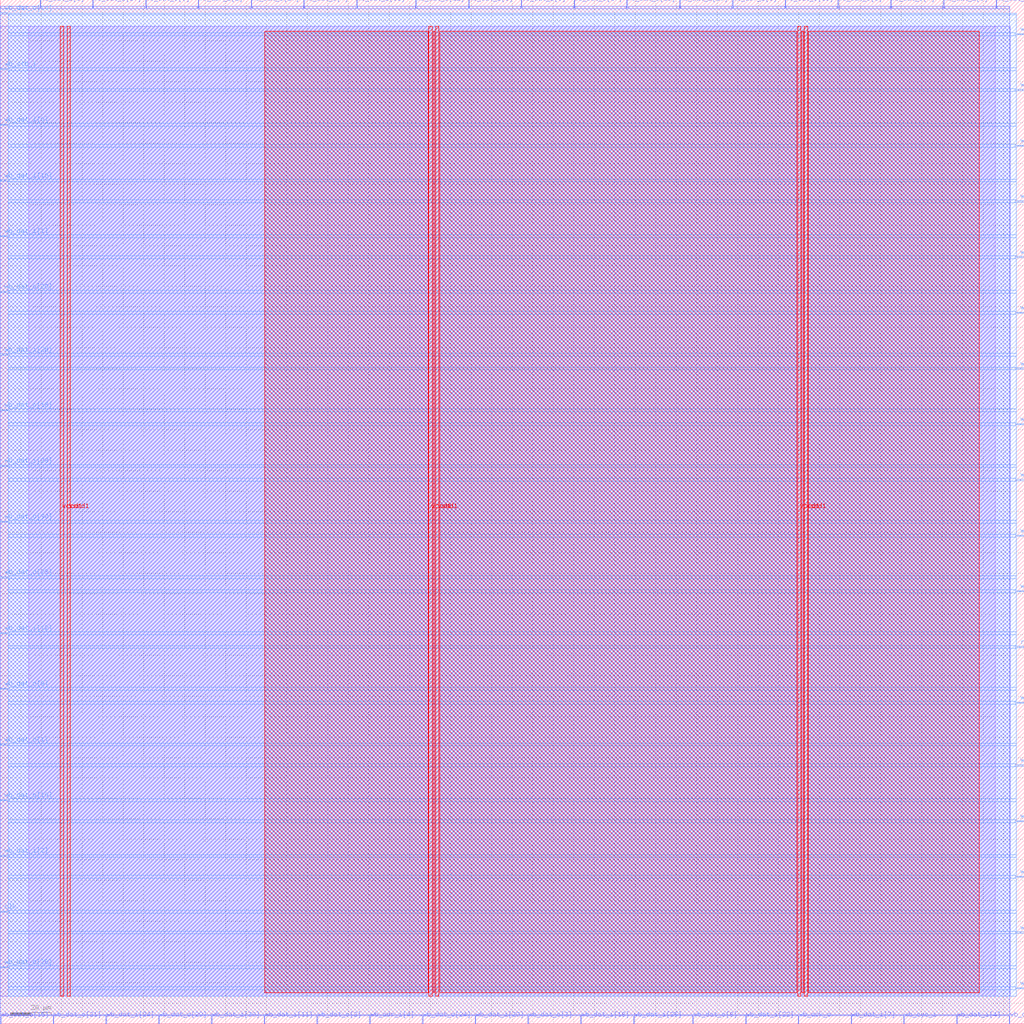
<source format=lef>
VERSION 5.7 ;
  NOWIREEXTENSIONATPIN ON ;
  DIVIDERCHAR "/" ;
  BUSBITCHARS "[]" ;
MACRO mem
  CLASS BLOCK ;
  FOREIGN mem ;
  ORIGIN 0.000 0.000 ;
  SIZE 500.000 BY 500.000 ;
  PIN clk
    DIRECTION INPUT ;
    USE SIGNAL ;
    ANTENNAGATEAREA 0.852000 ;
    PORT
      LAYER met3 ;
        RECT 0.000 54.440 4.000 55.040 ;
    END
  END clk
  PIN rst
    DIRECTION INPUT ;
    USE SIGNAL ;
    ANTENNAGATEAREA 0.159000 ;
    PORT
      LAYER met3 ;
        RECT 496.000 183.640 500.000 184.240 ;
    END
  END rst
  PIN vccd1
    DIRECTION INOUT ;
    USE POWER ;
    PORT
      LAYER met4 ;
        RECT 29.320 13.360 30.920 487.120 ;
    END
    PORT
      LAYER met4 ;
        RECT 209.320 13.360 210.920 487.120 ;
    END
    PORT
      LAYER met4 ;
        RECT 389.320 13.360 390.920 487.120 ;
    END
  END vccd1
  PIN vssd1
    DIRECTION INOUT ;
    USE GROUND ;
    PORT
      LAYER met4 ;
        RECT 32.620 13.360 34.220 487.120 ;
    END
    PORT
      LAYER met4 ;
        RECT 212.620 13.360 214.220 487.120 ;
    END
    PORT
      LAYER met4 ;
        RECT 392.620 13.360 394.220 487.120 ;
    END
  END vssd1
  PIN wb_ack_o
    DIRECTION OUTPUT TRISTATE ;
    USE SIGNAL ;
    ANTENNADIFFAREA 2.673000 ;
    PORT
      LAYER met2 ;
        RECT 389.710 0.000 389.990 4.000 ;
    END
  END wb_ack_o
  PIN wb_adr_i[0]
    DIRECTION INPUT ;
    USE SIGNAL ;
    ANTENNAGATEAREA 0.213000 ;
    PORT
      LAYER met3 ;
        RECT 496.000 319.640 500.000 320.240 ;
    END
  END wb_adr_i[0]
  PIN wb_adr_i[1]
    DIRECTION INPUT ;
    USE SIGNAL ;
    ANTENNAGATEAREA 0.247500 ;
    PORT
      LAYER met3 ;
        RECT 496.000 71.440 500.000 72.040 ;
    END
  END wb_adr_i[1]
  PIN wb_adr_i[2]
    DIRECTION INPUT ;
    USE SIGNAL ;
    ANTENNAGATEAREA 0.247500 ;
    PORT
      LAYER met2 ;
        RECT 96.690 496.000 96.970 500.000 ;
    END
  END wb_adr_i[2]
  PIN wb_adr_i[3]
    DIRECTION INPUT ;
    USE SIGNAL ;
    ANTENNAGATEAREA 0.213000 ;
    PORT
      LAYER met2 ;
        RECT 357.510 496.000 357.790 500.000 ;
    END
  END wb_adr_i[3]
  PIN wb_adr_i[4]
    DIRECTION INPUT ;
    USE SIGNAL ;
    ANTENNAGATEAREA 0.426000 ;
    PORT
      LAYER met2 ;
        RECT 180.410 0.000 180.690 4.000 ;
    END
  END wb_adr_i[4]
  PIN wb_cyc_i
    DIRECTION INPUT ;
    USE SIGNAL ;
    ANTENNAGATEAREA 0.213000 ;
    PORT
      LAYER met2 ;
        RECT 441.230 0.000 441.510 4.000 ;
    END
  END wb_cyc_i
  PIN wb_dat_i[0]
    DIRECTION INPUT ;
    USE SIGNAL ;
    ANTENNAGATEAREA 0.213000 ;
    PORT
      LAYER met3 ;
        RECT 0.000 438.640 4.000 439.240 ;
    END
  END wb_dat_i[0]
  PIN wb_dat_i[10]
    DIRECTION INPUT ;
    USE SIGNAL ;
    ANTENNAGATEAREA 0.247500 ;
    PORT
      LAYER met2 ;
        RECT 486.310 496.000 486.590 500.000 ;
    END
  END wb_dat_i[10]
  PIN wb_dat_i[11]
    DIRECTION INPUT ;
    USE SIGNAL ;
    ANTENNAGATEAREA 0.213000 ;
    PORT
      LAYER met2 ;
        RECT 128.890 0.000 129.170 4.000 ;
    END
  END wb_dat_i[11]
  PIN wb_dat_i[12]
    DIRECTION INPUT ;
    USE SIGNAL ;
    ANTENNAGATEAREA 0.213000 ;
    PORT
      LAYER met3 ;
        RECT 0.000 190.440 4.000 191.040 ;
    END
  END wb_dat_i[12]
  PIN wb_dat_i[13]
    DIRECTION INPUT ;
    USE SIGNAL ;
    ANTENNAGATEAREA 0.159000 ;
    PORT
      LAYER met3 ;
        RECT 496.000 98.640 500.000 99.240 ;
    END
  END wb_dat_i[13]
  PIN wb_dat_i[14]
    DIRECTION INPUT ;
    USE SIGNAL ;
    ANTENNAGATEAREA 0.159000 ;
    PORT
      LAYER met3 ;
        RECT 496.000 292.440 500.000 293.040 ;
    END
  END wb_dat_i[14]
  PIN wb_dat_i[15]
    DIRECTION INPUT ;
    USE SIGNAL ;
    ANTENNAGATEAREA 0.213000 ;
    PORT
      LAYER met3 ;
        RECT 496.000 374.040 500.000 374.640 ;
    END
  END wb_dat_i[15]
  PIN wb_dat_i[16]
    DIRECTION INPUT ;
    USE SIGNAL ;
    ANTENNAGATEAREA 0.213000 ;
    PORT
      LAYER met3 ;
        RECT 0.000 411.440 4.000 412.040 ;
    END
  END wb_dat_i[16]
  PIN wb_dat_i[17]
    DIRECTION INPUT ;
    USE SIGNAL ;
    ANTENNAGATEAREA 0.159000 ;
    PORT
      LAYER met3 ;
        RECT 496.000 401.240 500.000 401.840 ;
    END
  END wb_dat_i[17]
  PIN wb_dat_i[18]
    DIRECTION INPUT ;
    USE SIGNAL ;
    ANTENNAGATEAREA 0.159000 ;
    PORT
      LAYER met2 ;
        RECT 283.450 0.000 283.730 4.000 ;
    END
  END wb_dat_i[18]
  PIN wb_dat_i[19]
    DIRECTION INPUT ;
    USE SIGNAL ;
    ANTENNAGATEAREA 0.213000 ;
    PORT
      LAYER met3 ;
        RECT 496.000 125.840 500.000 126.440 ;
    END
  END wb_dat_i[19]
  PIN wb_dat_i[1]
    DIRECTION INPUT ;
    USE SIGNAL ;
    ANTENNAGATEAREA 0.159000 ;
    PORT
      LAYER met3 ;
        RECT 0.000 384.240 4.000 384.840 ;
    END
  END wb_dat_i[1]
  PIN wb_dat_i[20]
    DIRECTION INPUT ;
    USE SIGNAL ;
    ANTENNAGATEAREA 0.159000 ;
    PORT
      LAYER met2 ;
        RECT 331.750 496.000 332.030 500.000 ;
    END
  END wb_dat_i[20]
  PIN wb_dat_i[21]
    DIRECTION INPUT ;
    USE SIGNAL ;
    ANTENNAGATEAREA 0.213000 ;
    PORT
      LAYER met3 ;
        RECT 496.000 346.840 500.000 347.440 ;
    END
  END wb_dat_i[21]
  PIN wb_dat_i[22]
    DIRECTION INPUT ;
    USE SIGNAL ;
    ANTENNAGATEAREA 0.213000 ;
    PORT
      LAYER met2 ;
        RECT 363.950 0.000 364.230 4.000 ;
    END
  END wb_dat_i[22]
  PIN wb_dat_i[23]
    DIRECTION INPUT ;
    USE SIGNAL ;
    ANTENNAGATEAREA 0.159000 ;
    PORT
      LAYER met2 ;
        RECT 492.750 0.000 493.030 4.000 ;
    END
  END wb_dat_i[23]
  PIN wb_dat_i[24]
    DIRECTION INPUT ;
    USE SIGNAL ;
    ANTENNAGATEAREA 0.213000 ;
    PORT
      LAYER met2 ;
        RECT 51.610 0.000 51.890 4.000 ;
    END
  END wb_dat_i[24]
  PIN wb_dat_i[25]
    DIRECTION INPUT ;
    USE SIGNAL ;
    ANTENNAGATEAREA 0.213000 ;
    PORT
      LAYER met2 ;
        RECT 309.210 0.000 309.490 4.000 ;
    END
  END wb_dat_i[25]
  PIN wb_dat_i[26]
    DIRECTION INPUT ;
    USE SIGNAL ;
    ANTENNAGATEAREA 0.213000 ;
    PORT
      LAYER met3 ;
        RECT 0.000 326.440 4.000 327.040 ;
    END
  END wb_dat_i[26]
  PIN wb_dat_i[27]
    DIRECTION INPUT ;
    USE SIGNAL ;
    ANTENNAGATEAREA 0.247500 ;
    PORT
      LAYER met2 ;
        RECT 45.170 496.000 45.450 500.000 ;
    END
  END wb_dat_i[27]
  PIN wb_dat_i[28]
    DIRECTION INPUT ;
    USE SIGNAL ;
    ANTENNAGATEAREA 0.159000 ;
    PORT
      LAYER met3 ;
        RECT 0.000 272.040 4.000 272.640 ;
    END
  END wb_dat_i[28]
  PIN wb_dat_i[29]
    DIRECTION INPUT ;
    USE SIGNAL ;
    ANTENNAGATEAREA 0.213000 ;
    PORT
      LAYER met2 ;
        RECT 231.930 0.000 232.210 4.000 ;
    END
  END wb_dat_i[29]
  PIN wb_dat_i[2]
    DIRECTION INPUT ;
    USE SIGNAL ;
    ANTENNAGATEAREA 0.159000 ;
    PORT
      LAYER met3 ;
        RECT 0.000 81.640 4.000 82.240 ;
    END
  END wb_dat_i[2]
  PIN wb_dat_i[30]
    DIRECTION INPUT ;
    USE SIGNAL ;
    ANTENNAGATEAREA 0.159000 ;
    PORT
      LAYER met2 ;
        RECT 103.130 0.000 103.410 4.000 ;
    END
  END wb_dat_i[30]
  PIN wb_dat_i[31]
    DIRECTION INPUT ;
    USE SIGNAL ;
    ANTENNAGATEAREA 0.213000 ;
    PORT
      LAYER met2 ;
        RECT 173.970 496.000 174.250 500.000 ;
    END
  END wb_dat_i[31]
  PIN wb_dat_i[3]
    DIRECTION INPUT ;
    USE SIGNAL ;
    ANTENNAGATEAREA 0.159000 ;
    PORT
      LAYER met2 ;
        RECT 19.410 496.000 19.690 500.000 ;
    END
  END wb_dat_i[3]
  PIN wb_dat_i[4]
    DIRECTION INPUT ;
    USE SIGNAL ;
    ANTENNAGATEAREA 0.213000 ;
    PORT
      LAYER met2 ;
        RECT 466.990 0.000 467.270 4.000 ;
    END
  END wb_dat_i[4]
  PIN wb_dat_i[5]
    DIRECTION INPUT ;
    USE SIGNAL ;
    ANTENNAGATEAREA 0.213000 ;
    PORT
      LAYER met2 ;
        RECT 228.710 496.000 228.990 500.000 ;
    END
  END wb_dat_i[5]
  PIN wb_dat_i[6]
    DIRECTION INPUT ;
    USE SIGNAL ;
    ANTENNAGATEAREA 0.213000 ;
    PORT
      LAYER met2 ;
        RECT 460.550 496.000 460.830 500.000 ;
    END
  END wb_dat_i[6]
  PIN wb_dat_i[7]
    DIRECTION INPUT ;
    USE SIGNAL ;
    ANTENNAGATEAREA 0.213000 ;
    PORT
      LAYER met2 ;
        RECT 415.470 0.000 415.750 4.000 ;
    END
  END wb_dat_i[7]
  PIN wb_dat_i[8]
    DIRECTION INPUT ;
    USE SIGNAL ;
    ANTENNAGATEAREA 0.159000 ;
    PORT
      LAYER met2 ;
        RECT 254.470 496.000 254.750 500.000 ;
    END
  END wb_dat_i[8]
  PIN wb_dat_i[9]
    DIRECTION INPUT ;
    USE SIGNAL ;
    ANTENNAGATEAREA 0.159000 ;
    PORT
      LAYER met3 ;
        RECT 496.000 44.240 500.000 44.840 ;
    END
  END wb_dat_i[9]
  PIN wb_dat_o[0]
    DIRECTION OUTPUT TRISTATE ;
    USE SIGNAL ;
    ANTENNADIFFAREA 2.673000 ;
    PORT
      LAYER met3 ;
        RECT 496.000 156.440 500.000 157.040 ;
    END
  END wb_dat_o[0]
  PIN wb_dat_o[10]
    DIRECTION OUTPUT TRISTATE ;
    USE SIGNAL ;
    ANTENNADIFFAREA 2.673000 ;
    PORT
      LAYER met3 ;
        RECT 0.000 108.840 4.000 109.440 ;
    END
  END wb_dat_o[10]
  PIN wb_dat_o[11]
    DIRECTION OUTPUT TRISTATE ;
    USE SIGNAL ;
    ANTENNADIFFAREA 2.673000 ;
    PORT
      LAYER met3 ;
        RECT 496.000 210.840 500.000 211.440 ;
    END
  END wb_dat_o[11]
  PIN wb_dat_o[12]
    DIRECTION OUTPUT TRISTATE ;
    USE SIGNAL ;
    ANTENNADIFFAREA 2.673000 ;
    PORT
      LAYER met2 ;
        RECT 202.950 496.000 203.230 500.000 ;
    END
  END wb_dat_o[12]
  PIN wb_dat_o[13]
    DIRECTION OUTPUT TRISTATE ;
    USE SIGNAL ;
    ANTENNADIFFAREA 2.673000 ;
    PORT
      LAYER met2 ;
        RECT 305.990 496.000 306.270 500.000 ;
    END
  END wb_dat_o[13]
  PIN wb_dat_o[14]
    DIRECTION OUTPUT TRISTATE ;
    USE SIGNAL ;
    ANTENNADIFFAREA 2.673000 ;
    PORT
      LAYER met3 ;
        RECT 0.000 493.040 4.000 493.640 ;
    END
  END wb_dat_o[14]
  PIN wb_dat_o[15]
    DIRECTION OUTPUT TRISTATE ;
    USE SIGNAL ;
    ANTENNADIFFAREA 2.673000 ;
    PORT
      LAYER met2 ;
        RECT 0.090 0.000 0.370 4.000 ;
    END
  END wb_dat_o[15]
  PIN wb_dat_o[16]
    DIRECTION OUTPUT TRISTATE ;
    USE SIGNAL ;
    ANTENNADIFFAREA 2.673000 ;
    PORT
      LAYER met3 ;
        RECT 0.000 299.240 4.000 299.840 ;
    END
  END wb_dat_o[16]
  PIN wb_dat_o[17]
    DIRECTION OUTPUT TRISTATE ;
    USE SIGNAL ;
    ANTENNADIFFAREA 2.673000 ;
    PORT
      LAYER met2 ;
        RECT 280.230 496.000 280.510 500.000 ;
    END
  END wb_dat_o[17]
  PIN wb_dat_o[18]
    DIRECTION OUTPUT TRISTATE ;
    USE SIGNAL ;
    ANTENNADIFFAREA 2.673000 ;
    PORT
      LAYER met2 ;
        RECT 383.270 496.000 383.550 500.000 ;
    END
  END wb_dat_o[18]
  PIN wb_dat_o[19]
    DIRECTION OUTPUT TRISTATE ;
    USE SIGNAL ;
    ANTENNADIFFAREA 2.673000 ;
    PORT
      LAYER met3 ;
        RECT 496.000 482.840 500.000 483.440 ;
    END
  END wb_dat_o[19]
  PIN wb_dat_o[1]
    DIRECTION OUTPUT TRISTATE ;
    USE SIGNAL ;
    ANTENNADIFFAREA 2.673000 ;
    PORT
      LAYER met3 ;
        RECT 0.000 136.040 4.000 136.640 ;
    END
  END wb_dat_o[1]
  PIN wb_dat_o[20]
    DIRECTION OUTPUT TRISTATE ;
    USE SIGNAL ;
    ANTENNADIFFAREA 2.673000 ;
    PORT
      LAYER met3 ;
        RECT 0.000 357.040 4.000 357.640 ;
    END
  END wb_dat_o[20]
  PIN wb_dat_o[21]
    DIRECTION OUTPUT TRISTATE ;
    USE SIGNAL ;
    ANTENNADIFFAREA 2.673000 ;
    PORT
      LAYER met2 ;
        RECT 25.850 0.000 26.130 4.000 ;
    END
  END wb_dat_o[21]
  PIN wb_dat_o[22]
    DIRECTION OUTPUT TRISTATE ;
    USE SIGNAL ;
    ANTENNADIFFAREA 2.673000 ;
    PORT
      LAYER met3 ;
        RECT 496.000 455.640 500.000 456.240 ;
    END
  END wb_dat_o[22]
  PIN wb_dat_o[23]
    DIRECTION OUTPUT TRISTATE ;
    USE SIGNAL ;
    ANTENNADIFFAREA 2.673000 ;
    PORT
      LAYER met3 ;
        RECT 0.000 217.640 4.000 218.240 ;
    END
  END wb_dat_o[23]
  PIN wb_dat_o[24]
    DIRECTION OUTPUT TRISTATE ;
    USE SIGNAL ;
    ANTENNADIFFAREA 2.673000 ;
    PORT
      LAYER met2 ;
        RECT 206.170 0.000 206.450 4.000 ;
    END
  END wb_dat_o[24]
  PIN wb_dat_o[25]
    DIRECTION OUTPUT TRISTATE ;
    USE SIGNAL ;
    ANTENNADIFFAREA 2.673000 ;
    PORT
      LAYER met3 ;
        RECT 496.000 428.440 500.000 429.040 ;
    END
  END wb_dat_o[25]
  PIN wb_dat_o[26]
    DIRECTION OUTPUT TRISTATE ;
    USE SIGNAL ;
    ANTENNADIFFAREA 2.673000 ;
    PORT
      LAYER met3 ;
        RECT 496.000 17.040 500.000 17.640 ;
    END
  END wb_dat_o[26]
  PIN wb_dat_o[27]
    DIRECTION OUTPUT TRISTATE ;
    USE SIGNAL ;
    ANTENNADIFFAREA 2.673000 ;
    PORT
      LAYER met2 ;
        RECT 122.450 496.000 122.730 500.000 ;
    END
  END wb_dat_o[27]
  PIN wb_dat_o[28]
    DIRECTION OUTPUT TRISTATE ;
    USE SIGNAL ;
    ANTENNADIFFAREA 2.673000 ;
    PORT
      LAYER met3 ;
        RECT 0.000 27.240 4.000 27.840 ;
    END
  END wb_dat_o[28]
  PIN wb_dat_o[29]
    DIRECTION OUTPUT TRISTATE ;
    USE SIGNAL ;
    ANTENNADIFFAREA 2.673000 ;
    PORT
      LAYER met2 ;
        RECT 77.370 0.000 77.650 4.000 ;
    END
  END wb_dat_o[29]
  PIN wb_dat_o[2]
    DIRECTION OUTPUT TRISTATE ;
    USE SIGNAL ;
    ANTENNADIFFAREA 2.673000 ;
    PORT
      LAYER met2 ;
        RECT 154.650 0.000 154.930 4.000 ;
    END
  END wb_dat_o[2]
  PIN wb_dat_o[30]
    DIRECTION OUTPUT TRISTATE ;
    USE SIGNAL ;
    ANTENNADIFFAREA 2.673000 ;
    PORT
      LAYER met3 ;
        RECT 0.000 244.840 4.000 245.440 ;
    END
  END wb_dat_o[30]
  PIN wb_dat_o[31]
    DIRECTION OUTPUT TRISTATE ;
    USE SIGNAL ;
    ANTENNADIFFAREA 2.673000 ;
    PORT
      LAYER met3 ;
        RECT 496.000 265.240 500.000 265.840 ;
    END
  END wb_dat_o[31]
  PIN wb_dat_o[3]
    DIRECTION OUTPUT TRISTATE ;
    USE SIGNAL ;
    ANTENNADIFFAREA 2.673000 ;
    PORT
      LAYER met2 ;
        RECT 257.690 0.000 257.970 4.000 ;
    END
  END wb_dat_o[3]
  PIN wb_dat_o[4]
    DIRECTION OUTPUT TRISTATE ;
    USE SIGNAL ;
    ANTENNADIFFAREA 2.673000 ;
    PORT
      LAYER met2 ;
        RECT 434.790 496.000 435.070 500.000 ;
    END
  END wb_dat_o[4]
  PIN wb_dat_o[5]
    DIRECTION OUTPUT TRISTATE ;
    USE SIGNAL ;
    ANTENNADIFFAREA 2.673000 ;
    PORT
      LAYER met2 ;
        RECT 409.030 496.000 409.310 500.000 ;
    END
  END wb_dat_o[5]
  PIN wb_dat_o[6]
    DIRECTION OUTPUT TRISTATE ;
    USE SIGNAL ;
    ANTENNADIFFAREA 2.673000 ;
    PORT
      LAYER met2 ;
        RECT 70.930 496.000 71.210 500.000 ;
    END
  END wb_dat_o[6]
  PIN wb_dat_o[7]
    DIRECTION OUTPUT TRISTATE ;
    USE SIGNAL ;
    ANTENNADIFFAREA 2.673000 ;
    PORT
      LAYER met2 ;
        RECT 148.210 496.000 148.490 500.000 ;
    END
  END wb_dat_o[7]
  PIN wb_dat_o[8]
    DIRECTION OUTPUT TRISTATE ;
    USE SIGNAL ;
    ANTENNADIFFAREA 2.673000 ;
    PORT
      LAYER met2 ;
        RECT 338.190 0.000 338.470 4.000 ;
    END
  END wb_dat_o[8]
  PIN wb_dat_o[9]
    DIRECTION OUTPUT TRISTATE ;
    USE SIGNAL ;
    ANTENNADIFFAREA 2.673000 ;
    PORT
      LAYER met3 ;
        RECT 0.000 163.240 4.000 163.840 ;
    END
  END wb_dat_o[9]
  PIN wb_stb_i
    DIRECTION INPUT ;
    USE SIGNAL ;
    ANTENNAGATEAREA 0.426000 ;
    PORT
      LAYER met3 ;
        RECT 0.000 465.840 4.000 466.440 ;
    END
  END wb_stb_i
  PIN wb_we_i
    DIRECTION INPUT ;
    USE SIGNAL ;
    ANTENNAGATEAREA 0.126000 ;
    PORT
      LAYER met3 ;
        RECT 496.000 238.040 500.000 238.640 ;
    END
  END wb_we_i
  OBS
      LAYER li1 ;
        RECT 13.800 13.515 485.760 486.965 ;
      LAYER met1 ;
        RECT 0.070 13.360 493.050 487.120 ;
      LAYER met2 ;
        RECT 0.100 495.720 19.130 496.810 ;
        RECT 19.970 495.720 44.890 496.810 ;
        RECT 45.730 495.720 70.650 496.810 ;
        RECT 71.490 495.720 96.410 496.810 ;
        RECT 97.250 495.720 122.170 496.810 ;
        RECT 123.010 495.720 147.930 496.810 ;
        RECT 148.770 495.720 173.690 496.810 ;
        RECT 174.530 495.720 202.670 496.810 ;
        RECT 203.510 495.720 228.430 496.810 ;
        RECT 229.270 495.720 254.190 496.810 ;
        RECT 255.030 495.720 279.950 496.810 ;
        RECT 280.790 495.720 305.710 496.810 ;
        RECT 306.550 495.720 331.470 496.810 ;
        RECT 332.310 495.720 357.230 496.810 ;
        RECT 358.070 495.720 382.990 496.810 ;
        RECT 383.830 495.720 408.750 496.810 ;
        RECT 409.590 495.720 434.510 496.810 ;
        RECT 435.350 495.720 460.270 496.810 ;
        RECT 461.110 495.720 486.030 496.810 ;
        RECT 486.870 495.720 493.020 496.810 ;
        RECT 0.100 4.280 493.020 495.720 ;
        RECT 0.650 4.000 25.570 4.280 ;
        RECT 26.410 4.000 51.330 4.280 ;
        RECT 52.170 4.000 77.090 4.280 ;
        RECT 77.930 4.000 102.850 4.280 ;
        RECT 103.690 4.000 128.610 4.280 ;
        RECT 129.450 4.000 154.370 4.280 ;
        RECT 155.210 4.000 180.130 4.280 ;
        RECT 180.970 4.000 205.890 4.280 ;
        RECT 206.730 4.000 231.650 4.280 ;
        RECT 232.490 4.000 257.410 4.280 ;
        RECT 258.250 4.000 283.170 4.280 ;
        RECT 284.010 4.000 308.930 4.280 ;
        RECT 309.770 4.000 337.910 4.280 ;
        RECT 338.750 4.000 363.670 4.280 ;
        RECT 364.510 4.000 389.430 4.280 ;
        RECT 390.270 4.000 415.190 4.280 ;
        RECT 416.030 4.000 440.950 4.280 ;
        RECT 441.790 4.000 466.710 4.280 ;
        RECT 467.550 4.000 492.470 4.280 ;
      LAYER met3 ;
        RECT 4.400 492.640 496.000 493.505 ;
        RECT 4.000 483.840 496.000 492.640 ;
        RECT 4.000 482.440 495.600 483.840 ;
        RECT 4.000 466.840 496.000 482.440 ;
        RECT 4.400 465.440 496.000 466.840 ;
        RECT 4.000 456.640 496.000 465.440 ;
        RECT 4.000 455.240 495.600 456.640 ;
        RECT 4.000 439.640 496.000 455.240 ;
        RECT 4.400 438.240 496.000 439.640 ;
        RECT 4.000 429.440 496.000 438.240 ;
        RECT 4.000 428.040 495.600 429.440 ;
        RECT 4.000 412.440 496.000 428.040 ;
        RECT 4.400 411.040 496.000 412.440 ;
        RECT 4.000 402.240 496.000 411.040 ;
        RECT 4.000 400.840 495.600 402.240 ;
        RECT 4.000 385.240 496.000 400.840 ;
        RECT 4.400 383.840 496.000 385.240 ;
        RECT 4.000 375.040 496.000 383.840 ;
        RECT 4.000 373.640 495.600 375.040 ;
        RECT 4.000 358.040 496.000 373.640 ;
        RECT 4.400 356.640 496.000 358.040 ;
        RECT 4.000 347.840 496.000 356.640 ;
        RECT 4.000 346.440 495.600 347.840 ;
        RECT 4.000 327.440 496.000 346.440 ;
        RECT 4.400 326.040 496.000 327.440 ;
        RECT 4.000 320.640 496.000 326.040 ;
        RECT 4.000 319.240 495.600 320.640 ;
        RECT 4.000 300.240 496.000 319.240 ;
        RECT 4.400 298.840 496.000 300.240 ;
        RECT 4.000 293.440 496.000 298.840 ;
        RECT 4.000 292.040 495.600 293.440 ;
        RECT 4.000 273.040 496.000 292.040 ;
        RECT 4.400 271.640 496.000 273.040 ;
        RECT 4.000 266.240 496.000 271.640 ;
        RECT 4.000 264.840 495.600 266.240 ;
        RECT 4.000 245.840 496.000 264.840 ;
        RECT 4.400 244.440 496.000 245.840 ;
        RECT 4.000 239.040 496.000 244.440 ;
        RECT 4.000 237.640 495.600 239.040 ;
        RECT 4.000 218.640 496.000 237.640 ;
        RECT 4.400 217.240 496.000 218.640 ;
        RECT 4.000 211.840 496.000 217.240 ;
        RECT 4.000 210.440 495.600 211.840 ;
        RECT 4.000 191.440 496.000 210.440 ;
        RECT 4.400 190.040 496.000 191.440 ;
        RECT 4.000 184.640 496.000 190.040 ;
        RECT 4.000 183.240 495.600 184.640 ;
        RECT 4.000 164.240 496.000 183.240 ;
        RECT 4.400 162.840 496.000 164.240 ;
        RECT 4.000 157.440 496.000 162.840 ;
        RECT 4.000 156.040 495.600 157.440 ;
        RECT 4.000 137.040 496.000 156.040 ;
        RECT 4.400 135.640 496.000 137.040 ;
        RECT 4.000 126.840 496.000 135.640 ;
        RECT 4.000 125.440 495.600 126.840 ;
        RECT 4.000 109.840 496.000 125.440 ;
        RECT 4.400 108.440 496.000 109.840 ;
        RECT 4.000 99.640 496.000 108.440 ;
        RECT 4.000 98.240 495.600 99.640 ;
        RECT 4.000 82.640 496.000 98.240 ;
        RECT 4.400 81.240 496.000 82.640 ;
        RECT 4.000 72.440 496.000 81.240 ;
        RECT 4.000 71.040 495.600 72.440 ;
        RECT 4.000 55.440 496.000 71.040 ;
        RECT 4.400 54.040 496.000 55.440 ;
        RECT 4.000 45.240 496.000 54.040 ;
        RECT 4.000 43.840 495.600 45.240 ;
        RECT 4.000 28.240 496.000 43.840 ;
        RECT 4.400 26.840 496.000 28.240 ;
        RECT 4.000 18.040 496.000 26.840 ;
        RECT 4.000 16.640 495.600 18.040 ;
        RECT 4.000 13.435 496.000 16.640 ;
      LAYER met4 ;
        RECT 129.095 15.135 208.920 484.665 ;
        RECT 211.320 15.135 212.220 484.665 ;
        RECT 214.620 15.135 388.920 484.665 ;
        RECT 391.320 15.135 392.220 484.665 ;
        RECT 394.620 15.135 478.105 484.665 ;
  END
END mem
END LIBRARY


</source>
